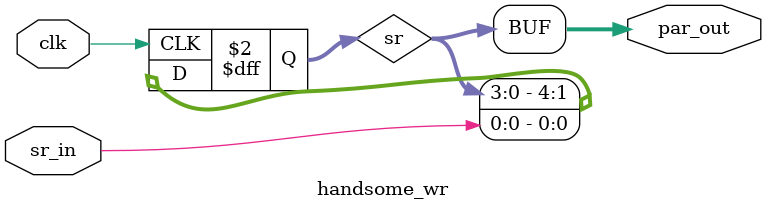
<source format=v>

 
 

module handsome_wr (clk, sr_in, par_out);

parameter length=5;


input clk;
input sr_in;
output [length-1:0] par_out;
reg [length-1:0] sr;

always @ (posedge clk)
begin
		sr[length-1:1] <= sr[length-2:0];
		sr[0] <= sr_in;
end


assign par_out = sr;


endmodule





</source>
